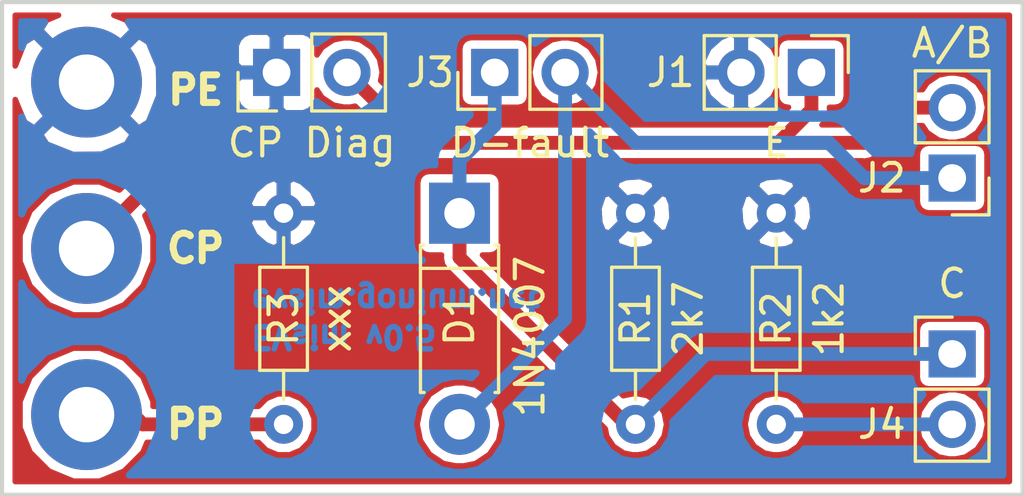
<source format=kicad_pcb>
(kicad_pcb (version 20171130) (host pcbnew 5.0.1-33cea8e~68~ubuntu16.04.1)

  (general
    (thickness 1.6)
    (drawings 8)
    (tracks 29)
    (zones 0)
    (modules 10)
    (nets 7)
  )

  (page A4)
  (layers
    (0 F.Cu signal hide)
    (31 B.Cu signal)
    (32 B.Adhes user)
    (33 F.Adhes user)
    (34 B.Paste user)
    (35 F.Paste user)
    (36 B.SilkS user)
    (37 F.SilkS user)
    (38 B.Mask user)
    (39 F.Mask user)
    (40 Dwgs.User user)
    (41 Cmts.User user)
    (42 Eco1.User user)
    (43 Eco2.User user)
    (44 Edge.Cuts user)
    (45 Margin user)
    (46 B.CrtYd user)
    (47 F.CrtYd user)
    (48 B.Fab user)
    (49 F.Fab user)
  )

  (setup
    (last_trace_width 0.5)
    (trace_clearance 0.2)
    (zone_clearance 0.3)
    (zone_45_only yes)
    (trace_min 0.2)
    (segment_width 0.2)
    (edge_width 0.15)
    (via_size 0.6)
    (via_drill 0.4)
    (via_min_size 0.4)
    (via_min_drill 0.3)
    (uvia_size 0.3)
    (uvia_drill 0.1)
    (uvias_allowed no)
    (uvia_min_size 0.2)
    (uvia_min_drill 0.1)
    (pcb_text_width 0.3)
    (pcb_text_size 1.5 1.5)
    (mod_edge_width 0.15)
    (mod_text_size 1 1)
    (mod_text_width 0.15)
    (pad_size 1.4 1.4)
    (pad_drill 0.7)
    (pad_to_mask_clearance 0.2)
    (solder_mask_min_width 0.25)
    (aux_axis_origin 0 0)
    (visible_elements FFFFFF7F)
    (pcbplotparams
      (layerselection 0x010f0_80000001)
      (usegerberextensions false)
      (usegerberattributes false)
      (usegerberadvancedattributes false)
      (creategerberjobfile false)
      (excludeedgelayer true)
      (linewidth 0.100000)
      (plotframeref false)
      (viasonmask false)
      (mode 1)
      (useauxorigin false)
      (hpglpennumber 1)
      (hpglpenspeed 20)
      (hpglpendiameter 15.000000)
      (psnegative false)
      (psa4output false)
      (plotreference true)
      (plotvalue true)
      (plotinvisibletext false)
      (padsonsilk false)
      (subtractmaskfromsilk false)
      (outputformat 1)
      (mirror false)
      (drillshape 0)
      (scaleselection 1)
      (outputdirectory "ecs-gerber/v0.3/"))
  )

  (net 0 "")
  (net 1 PE)
  (net 2 CP)
  (net 3 PP)
  (net 4 "Net-(D1-Pad2)")
  (net 5 "Net-(D1-Pad1)")
  (net 6 "Net-(J4-Pad2)")

  (net_class Default "This is the default net class."
    (clearance 0.2)
    (trace_width 0.5)
    (via_dia 0.6)
    (via_drill 0.4)
    (uvia_dia 0.3)
    (uvia_drill 0.1)
    (add_net CP)
    (add_net "Net-(D1-Pad1)")
    (add_net "Net-(D1-Pad2)")
    (add_net "Net-(J4-Pad2)")
    (add_net PE)
    (add_net PP)
  )

  (module Resistors_THT:R_Axial_DIN0204_L3.6mm_D1.6mm_P7.62mm_Horizontal (layer F.Cu) (tedit 59B44ECD) (tstamp 59A9569E)
    (at 134.62 109.22 90)
    (descr "Resistor, Axial_DIN0204 series, Axial, Horizontal, pin pitch=7.62mm, 0.16666666666666666W = 1/6W, length*diameter=3.6*1.6mm^2, http://cdn-reichelt.de/documents/datenblatt/B400/1_4W%23YAG.pdf")
    (tags "Resistor Axial_DIN0204 series Axial Horizontal pin pitch 7.62mm 0.16666666666666666W = 1/6W length 3.6mm diameter 1.6mm")
    (path /59A94F9B)
    (fp_text reference R3 (at 3.81 0 270) (layer F.SilkS)
      (effects (font (size 1 1) (thickness 0.15)))
    )
    (fp_text value xxx (at 3.81 1.905 90) (layer F.SilkS)
      (effects (font (size 1 1) (thickness 0.15)))
    )
    (fp_line (start 2.01 -0.8) (end 2.01 0.8) (layer F.Fab) (width 0.1))
    (fp_line (start 2.01 0.8) (end 5.61 0.8) (layer F.Fab) (width 0.1))
    (fp_line (start 5.61 0.8) (end 5.61 -0.8) (layer F.Fab) (width 0.1))
    (fp_line (start 5.61 -0.8) (end 2.01 -0.8) (layer F.Fab) (width 0.1))
    (fp_line (start 0 0) (end 2.01 0) (layer F.Fab) (width 0.1))
    (fp_line (start 7.62 0) (end 5.61 0) (layer F.Fab) (width 0.1))
    (fp_line (start 1.95 -0.86) (end 1.95 0.86) (layer F.SilkS) (width 0.12))
    (fp_line (start 1.95 0.86) (end 5.67 0.86) (layer F.SilkS) (width 0.12))
    (fp_line (start 5.67 0.86) (end 5.67 -0.86) (layer F.SilkS) (width 0.12))
    (fp_line (start 5.67 -0.86) (end 1.95 -0.86) (layer F.SilkS) (width 0.12))
    (fp_line (start 0.88 0) (end 1.95 0) (layer F.SilkS) (width 0.12))
    (fp_line (start 6.74 0) (end 5.67 0) (layer F.SilkS) (width 0.12))
    (fp_line (start -0.95 -1.15) (end -0.95 1.15) (layer F.CrtYd) (width 0.05))
    (fp_line (start -0.95 1.15) (end 8.6 1.15) (layer F.CrtYd) (width 0.05))
    (fp_line (start 8.6 1.15) (end 8.6 -1.15) (layer F.CrtYd) (width 0.05))
    (fp_line (start 8.6 -1.15) (end -0.95 -1.15) (layer F.CrtYd) (width 0.05))
    (pad 1 thru_hole circle (at 0 0 90) (size 1.4 1.4) (drill 0.7) (layers *.Cu *.Mask)
      (net 3 PP))
    (pad 2 thru_hole oval (at 7.62 0 90) (size 1.4 1.4) (drill 0.7) (layers *.Cu *.Mask)
      (net 1 PE))
    (model ${KISYS3DMOD}/Resistors_THT.3dshapes/R_Axial_DIN0204_L3.6mm_D1.6mm_P7.62mm_Horizontal.wrl
      (at (xyz 0 0 0))
      (scale (xyz 0.393701 0.393701 0.393701))
      (rotate (xyz 0 0 0))
    )
  )

  (module lib:Type2-Solderpads (layer F.Cu) (tedit 5BFC0CFF) (tstamp 59B44BCF)
    (at 127.508 102.87 270)
    (path /59A94ED4)
    (fp_text reference J5 (at 3.048 1.778 270) (layer F.Fab)
      (effects (font (size 1 1) (thickness 0.15)))
    )
    (fp_text value "Type 2" (at -6.096 0) (layer F.Fab)
      (effects (font (size 1 1) (thickness 0.15)))
    )
    (pad 3 thru_hole circle (at 6 0 270) (size 4 4) (drill 2) (layers *.Cu *.Mask)
      (net 3 PP))
    (pad 2 thru_hole circle (at 0 0 270) (size 4 4) (drill 2) (layers *.Cu *.Mask)
      (net 2 CP))
    (pad 1 thru_hole circle (at -6 0 270) (size 4 4) (drill 2) (layers *.Cu *.Mask)
      (net 1 PE))
  )

  (module Pin_Headers:Pin_Header_Straight_1x02_Pitch2.54mm (layer F.Cu) (tedit 5A5B65F6) (tstamp 5A5B64D6)
    (at 134.366 96.52 90)
    (descr "Through hole straight pin header, 1x02, 2.54mm pitch, single row")
    (tags "Through hole pin header THT 1x02 2.54mm single row")
    (path /5A5523CA)
    (fp_text reference J6 (at 0 -2.39 90) (layer F.Fab)
      (effects (font (size 1 1) (thickness 0.15)))
    )
    (fp_text value "CP Diag" (at -2.54 1.27 180) (layer F.SilkS)
      (effects (font (size 1 1) (thickness 0.15)))
    )
    (fp_line (start -1.27 -1.27) (end -1.27 3.81) (layer F.Fab) (width 0.1))
    (fp_line (start -1.27 3.81) (end 1.27 3.81) (layer F.Fab) (width 0.1))
    (fp_line (start 1.27 3.81) (end 1.27 -1.27) (layer F.Fab) (width 0.1))
    (fp_line (start 1.27 -1.27) (end -1.27 -1.27) (layer F.Fab) (width 0.1))
    (fp_line (start -1.39 1.27) (end -1.39 3.93) (layer F.SilkS) (width 0.12))
    (fp_line (start -1.39 3.93) (end 1.39 3.93) (layer F.SilkS) (width 0.12))
    (fp_line (start 1.39 3.93) (end 1.39 1.27) (layer F.SilkS) (width 0.12))
    (fp_line (start 1.39 1.27) (end -1.39 1.27) (layer F.SilkS) (width 0.12))
    (fp_line (start -1.39 0) (end -1.39 -1.39) (layer F.SilkS) (width 0.12))
    (fp_line (start -1.39 -1.39) (end 0 -1.39) (layer F.SilkS) (width 0.12))
    (fp_line (start -1.6 -1.6) (end -1.6 4.1) (layer F.CrtYd) (width 0.05))
    (fp_line (start -1.6 4.1) (end 1.6 4.1) (layer F.CrtYd) (width 0.05))
    (fp_line (start 1.6 4.1) (end 1.6 -1.6) (layer F.CrtYd) (width 0.05))
    (fp_line (start 1.6 -1.6) (end -1.6 -1.6) (layer F.CrtYd) (width 0.05))
    (pad 1 thru_hole rect (at 0 0 90) (size 1.7 1.7) (drill 1) (layers *.Cu *.Mask)
      (net 1 PE))
    (pad 2 thru_hole oval (at 0 2.54 90) (size 1.7 1.7) (drill 1) (layers *.Cu *.Mask)
      (net 2 CP))
    (model Pin_Headers.3dshapes/Pin_Header_Straight_1x02_Pitch2.54mm.wrl
      (offset (xyz 0 -1.269999980926514 0))
      (scale (xyz 1 1 1))
      (rotate (xyz 0 0 90))
    )
  )

  (module Diodes_THT:D_DO-41_SOD81_P7.62mm_Horizontal (layer F.Cu) (tedit 5BFC0C90) (tstamp 5BFC0F5D)
    (at 140.97 101.6 270)
    (descr "D, DO-41_SOD81 series, Axial, Horizontal, pin pitch=7.62mm, , length*diameter=5.2*2.7mm^2, , http://www.diodes.com/_files/packages/DO-41%20(Plastic).pdf")
    (tags "D DO-41_SOD81 series Axial Horizontal pin pitch 7.62mm  length 5.2mm diameter 2.7mm")
    (path /5BFBFA68)
    (fp_text reference D1 (at 3.81 0 270) (layer F.SilkS)
      (effects (font (size 1 1) (thickness 0.15)))
    )
    (fp_text value 1N4007 (at 4.445 -2.54 270) (layer F.SilkS)
      (effects (font (size 1 1) (thickness 0.15)))
    )
    (fp_line (start 9 -1.7) (end -1.35 -1.7) (layer F.CrtYd) (width 0.05))
    (fp_line (start 9 1.7) (end 9 -1.7) (layer F.CrtYd) (width 0.05))
    (fp_line (start -1.35 1.7) (end 9 1.7) (layer F.CrtYd) (width 0.05))
    (fp_line (start -1.35 -1.7) (end -1.35 1.7) (layer F.CrtYd) (width 0.05))
    (fp_line (start 1.99 -1.41) (end 1.99 1.41) (layer F.SilkS) (width 0.12))
    (fp_line (start 6.47 1.41) (end 6.47 1.28) (layer F.SilkS) (width 0.12))
    (fp_line (start 1.15 1.41) (end 6.47 1.41) (layer F.SilkS) (width 0.12))
    (fp_line (start 1.15 1.28) (end 1.15 1.41) (layer F.SilkS) (width 0.12))
    (fp_line (start 6.47 -1.41) (end 6.47 -1.28) (layer F.SilkS) (width 0.12))
    (fp_line (start 1.15 -1.41) (end 6.47 -1.41) (layer F.SilkS) (width 0.12))
    (fp_line (start 1.15 -1.28) (end 1.15 -1.41) (layer F.SilkS) (width 0.12))
    (fp_line (start 1.99 -1.35) (end 1.99 1.35) (layer F.Fab) (width 0.1))
    (fp_line (start 7.62 0) (end 6.41 0) (layer F.Fab) (width 0.1))
    (fp_line (start 0 0) (end 1.21 0) (layer F.Fab) (width 0.1))
    (fp_line (start 6.41 -1.35) (end 1.21 -1.35) (layer F.Fab) (width 0.1))
    (fp_line (start 6.41 1.35) (end 6.41 -1.35) (layer F.Fab) (width 0.1))
    (fp_line (start 1.21 1.35) (end 6.41 1.35) (layer F.Fab) (width 0.1))
    (fp_line (start 1.21 -1.35) (end 1.21 1.35) (layer F.Fab) (width 0.1))
    (fp_text user %R (at 3.81 0 270) (layer F.Fab)
      (effects (font (size 1 1) (thickness 0.15)))
    )
    (pad 2 thru_hole oval (at 7.62 0 270) (size 2.2 2.2) (drill 1.1) (layers *.Cu *.Mask)
      (net 4 "Net-(D1-Pad2)"))
    (pad 1 thru_hole rect (at 0 0 270) (size 2.2 2.2) (drill 1.1) (layers *.Cu *.Mask)
      (net 5 "Net-(D1-Pad1)"))
    (model ${KISYS3DMOD}/Diodes_THT.3dshapes/D_DO-41_SOD81_P7.62mm_Horizontal.wrl
      (at (xyz 0 0 0))
      (scale (xyz 0.393701 0.393701 0.393701))
      (rotate (xyz 0 0 0))
    )
  )

  (module Pin_Headers:Pin_Header_Straight_1x02_Pitch2.54mm (layer F.Cu) (tedit 5BFC0C71) (tstamp 5BFC0086)
    (at 153.67 96.52 270)
    (descr "Through hole straight pin header, 1x02, 2.54mm pitch, single row")
    (tags "Through hole pin header THT 1x02 2.54mm single row")
    (path /5BFC0511)
    (fp_text reference J1 (at 0 5.08 180) (layer F.SilkS)
      (effects (font (size 1 1) (thickness 0.15)))
    )
    (fp_text value E (at 2.54 1.27) (layer F.SilkS)
      (effects (font (size 1 1) (thickness 0.15)))
    )
    (fp_line (start -0.635 -1.27) (end 1.27 -1.27) (layer F.Fab) (width 0.1))
    (fp_line (start 1.27 -1.27) (end 1.27 3.81) (layer F.Fab) (width 0.1))
    (fp_line (start 1.27 3.81) (end -1.27 3.81) (layer F.Fab) (width 0.1))
    (fp_line (start -1.27 3.81) (end -1.27 -0.635) (layer F.Fab) (width 0.1))
    (fp_line (start -1.27 -0.635) (end -0.635 -1.27) (layer F.Fab) (width 0.1))
    (fp_line (start -1.33 3.87) (end 1.33 3.87) (layer F.SilkS) (width 0.12))
    (fp_line (start -1.33 1.27) (end -1.33 3.87) (layer F.SilkS) (width 0.12))
    (fp_line (start 1.33 1.27) (end 1.33 3.87) (layer F.SilkS) (width 0.12))
    (fp_line (start -1.33 1.27) (end 1.33 1.27) (layer F.SilkS) (width 0.12))
    (fp_line (start -1.33 0) (end -1.33 -1.33) (layer F.SilkS) (width 0.12))
    (fp_line (start -1.33 -1.33) (end 0 -1.33) (layer F.SilkS) (width 0.12))
    (fp_line (start -1.8 -1.8) (end -1.8 4.35) (layer F.CrtYd) (width 0.05))
    (fp_line (start -1.8 4.35) (end 1.8 4.35) (layer F.CrtYd) (width 0.05))
    (fp_line (start 1.8 4.35) (end 1.8 -1.8) (layer F.CrtYd) (width 0.05))
    (fp_line (start 1.8 -1.8) (end -1.8 -1.8) (layer F.CrtYd) (width 0.05))
    (fp_text user %R (at 0 1.27) (layer F.Fab)
      (effects (font (size 1 1) (thickness 0.15)))
    )
    (pad 1 thru_hole rect (at 0 0 270) (size 1.7 1.7) (drill 1) (layers *.Cu *.Mask)
      (net 2 CP))
    (pad 2 thru_hole oval (at 0 2.54 270) (size 1.7 1.7) (drill 1) (layers *.Cu *.Mask)
      (net 1 PE))
    (model ${KISYS3DMOD}/Pin_Headers.3dshapes/Pin_Header_Straight_1x02_Pitch2.54mm.wrl
      (at (xyz 0 0 0))
      (scale (xyz 1 1 1))
      (rotate (xyz 0 0 0))
    )
  )

  (module Pin_Headers:Pin_Header_Straight_1x02_Pitch2.54mm (layer F.Cu) (tedit 5BFC0C78) (tstamp 5BFC1522)
    (at 158.75 100.33 180)
    (descr "Through hole straight pin header, 1x02, 2.54mm pitch, single row")
    (tags "Through hole pin header THT 1x02 2.54mm single row")
    (path /5BFC007A)
    (fp_text reference J2 (at 2.54 0 180) (layer F.SilkS)
      (effects (font (size 1 1) (thickness 0.15)))
    )
    (fp_text value A/B (at 0 4.87 180) (layer F.SilkS)
      (effects (font (size 1 1) (thickness 0.15)))
    )
    (fp_text user %R (at 0 1.27 270) (layer F.Fab)
      (effects (font (size 1 1) (thickness 0.15)))
    )
    (fp_line (start 1.8 -1.8) (end -1.8 -1.8) (layer F.CrtYd) (width 0.05))
    (fp_line (start 1.8 4.35) (end 1.8 -1.8) (layer F.CrtYd) (width 0.05))
    (fp_line (start -1.8 4.35) (end 1.8 4.35) (layer F.CrtYd) (width 0.05))
    (fp_line (start -1.8 -1.8) (end -1.8 4.35) (layer F.CrtYd) (width 0.05))
    (fp_line (start -1.33 -1.33) (end 0 -1.33) (layer F.SilkS) (width 0.12))
    (fp_line (start -1.33 0) (end -1.33 -1.33) (layer F.SilkS) (width 0.12))
    (fp_line (start -1.33 1.27) (end 1.33 1.27) (layer F.SilkS) (width 0.12))
    (fp_line (start 1.33 1.27) (end 1.33 3.87) (layer F.SilkS) (width 0.12))
    (fp_line (start -1.33 1.27) (end -1.33 3.87) (layer F.SilkS) (width 0.12))
    (fp_line (start -1.33 3.87) (end 1.33 3.87) (layer F.SilkS) (width 0.12))
    (fp_line (start -1.27 -0.635) (end -0.635 -1.27) (layer F.Fab) (width 0.1))
    (fp_line (start -1.27 3.81) (end -1.27 -0.635) (layer F.Fab) (width 0.1))
    (fp_line (start 1.27 3.81) (end -1.27 3.81) (layer F.Fab) (width 0.1))
    (fp_line (start 1.27 -1.27) (end 1.27 3.81) (layer F.Fab) (width 0.1))
    (fp_line (start -0.635 -1.27) (end 1.27 -1.27) (layer F.Fab) (width 0.1))
    (pad 2 thru_hole oval (at 0 2.54 180) (size 1.7 1.7) (drill 1) (layers *.Cu *.Mask)
      (net 2 CP))
    (pad 1 thru_hole rect (at 0 0 180) (size 1.7 1.7) (drill 1) (layers *.Cu *.Mask)
      (net 4 "Net-(D1-Pad2)"))
    (model ${KISYS3DMOD}/Pin_Headers.3dshapes/Pin_Header_Straight_1x02_Pitch2.54mm.wrl
      (at (xyz 0 0 0))
      (scale (xyz 1 1 1))
      (rotate (xyz 0 0 0))
    )
  )

  (module Pin_Headers:Pin_Header_Straight_1x02_Pitch2.54mm (layer F.Cu) (tedit 5BFC0C63) (tstamp 5BFC0901)
    (at 142.24 96.52 90)
    (descr "Through hole straight pin header, 1x02, 2.54mm pitch, single row")
    (tags "Through hole pin header THT 1x02 2.54mm single row")
    (path /5BFC047F)
    (fp_text reference J3 (at 0 -2.33) (layer F.SilkS)
      (effects (font (size 1 1) (thickness 0.15)))
    )
    (fp_text value D-fault (at -2.54 1.27 180) (layer F.SilkS)
      (effects (font (size 1 1) (thickness 0.15)))
    )
    (fp_text user %R (at 0 1.27 180) (layer F.Fab)
      (effects (font (size 1 1) (thickness 0.15)))
    )
    (fp_line (start 1.8 -1.8) (end -1.8 -1.8) (layer F.CrtYd) (width 0.05))
    (fp_line (start 1.8 4.35) (end 1.8 -1.8) (layer F.CrtYd) (width 0.05))
    (fp_line (start -1.8 4.35) (end 1.8 4.35) (layer F.CrtYd) (width 0.05))
    (fp_line (start -1.8 -1.8) (end -1.8 4.35) (layer F.CrtYd) (width 0.05))
    (fp_line (start -1.33 -1.33) (end 0 -1.33) (layer F.SilkS) (width 0.12))
    (fp_line (start -1.33 0) (end -1.33 -1.33) (layer F.SilkS) (width 0.12))
    (fp_line (start -1.33 1.27) (end 1.33 1.27) (layer F.SilkS) (width 0.12))
    (fp_line (start 1.33 1.27) (end 1.33 3.87) (layer F.SilkS) (width 0.12))
    (fp_line (start -1.33 1.27) (end -1.33 3.87) (layer F.SilkS) (width 0.12))
    (fp_line (start -1.33 3.87) (end 1.33 3.87) (layer F.SilkS) (width 0.12))
    (fp_line (start -1.27 -0.635) (end -0.635 -1.27) (layer F.Fab) (width 0.1))
    (fp_line (start -1.27 3.81) (end -1.27 -0.635) (layer F.Fab) (width 0.1))
    (fp_line (start 1.27 3.81) (end -1.27 3.81) (layer F.Fab) (width 0.1))
    (fp_line (start 1.27 -1.27) (end 1.27 3.81) (layer F.Fab) (width 0.1))
    (fp_line (start -0.635 -1.27) (end 1.27 -1.27) (layer F.Fab) (width 0.1))
    (pad 2 thru_hole oval (at 0 2.54 90) (size 1.7 1.7) (drill 1) (layers *.Cu *.Mask)
      (net 4 "Net-(D1-Pad2)"))
    (pad 1 thru_hole rect (at 0 0 90) (size 1.7 1.7) (drill 1) (layers *.Cu *.Mask)
      (net 5 "Net-(D1-Pad1)"))
    (model ${KISYS3DMOD}/Pin_Headers.3dshapes/Pin_Header_Straight_1x02_Pitch2.54mm.wrl
      (at (xyz 0 0 0))
      (scale (xyz 1 1 1))
      (rotate (xyz 0 0 0))
    )
  )

  (module Pin_Headers:Pin_Header_Straight_1x02_Pitch2.54mm (layer F.Cu) (tedit 5BFC0C7F) (tstamp 5BFC0782)
    (at 158.75 106.68)
    (descr "Through hole straight pin header, 1x02, 2.54mm pitch, single row")
    (tags "Through hole pin header THT 1x02 2.54mm single row")
    (path /5BFC026E)
    (fp_text reference J4 (at -2.54 2.54) (layer F.SilkS)
      (effects (font (size 1 1) (thickness 0.15)))
    )
    (fp_text value C (at 0 -2.54) (layer F.SilkS)
      (effects (font (size 1 1) (thickness 0.15)))
    )
    (fp_line (start -0.635 -1.27) (end 1.27 -1.27) (layer F.Fab) (width 0.1))
    (fp_line (start 1.27 -1.27) (end 1.27 3.81) (layer F.Fab) (width 0.1))
    (fp_line (start 1.27 3.81) (end -1.27 3.81) (layer F.Fab) (width 0.1))
    (fp_line (start -1.27 3.81) (end -1.27 -0.635) (layer F.Fab) (width 0.1))
    (fp_line (start -1.27 -0.635) (end -0.635 -1.27) (layer F.Fab) (width 0.1))
    (fp_line (start -1.33 3.87) (end 1.33 3.87) (layer F.SilkS) (width 0.12))
    (fp_line (start -1.33 1.27) (end -1.33 3.87) (layer F.SilkS) (width 0.12))
    (fp_line (start 1.33 1.27) (end 1.33 3.87) (layer F.SilkS) (width 0.12))
    (fp_line (start -1.33 1.27) (end 1.33 1.27) (layer F.SilkS) (width 0.12))
    (fp_line (start -1.33 0) (end -1.33 -1.33) (layer F.SilkS) (width 0.12))
    (fp_line (start -1.33 -1.33) (end 0 -1.33) (layer F.SilkS) (width 0.12))
    (fp_line (start -1.8 -1.8) (end -1.8 4.35) (layer F.CrtYd) (width 0.05))
    (fp_line (start -1.8 4.35) (end 1.8 4.35) (layer F.CrtYd) (width 0.05))
    (fp_line (start 1.8 4.35) (end 1.8 -1.8) (layer F.CrtYd) (width 0.05))
    (fp_line (start 1.8 -1.8) (end -1.8 -1.8) (layer F.CrtYd) (width 0.05))
    (fp_text user %R (at 0 1.27 90) (layer F.Fab)
      (effects (font (size 1 1) (thickness 0.15)))
    )
    (pad 1 thru_hole rect (at 0 0) (size 1.7 1.7) (drill 1) (layers *.Cu *.Mask)
      (net 5 "Net-(D1-Pad1)"))
    (pad 2 thru_hole oval (at 0 2.54) (size 1.7 1.7) (drill 1) (layers *.Cu *.Mask)
      (net 6 "Net-(J4-Pad2)"))
    (model ${KISYS3DMOD}/Pin_Headers.3dshapes/Pin_Header_Straight_1x02_Pitch2.54mm.wrl
      (at (xyz 0 0 0))
      (scale (xyz 1 1 1))
      (rotate (xyz 0 0 0))
    )
  )

  (module Resistors_THT:R_Axial_DIN0204_L3.6mm_D1.6mm_P7.62mm_Horizontal (layer F.Cu) (tedit 5BFC0C9E) (tstamp 5BFC00DE)
    (at 147.32 101.6 270)
    (descr "Resistor, Axial_DIN0204 series, Axial, Horizontal, pin pitch=7.62mm, 0.16666666666666666W = 1/6W, length*diameter=3.6*1.6mm^2, http://cdn-reichelt.de/documents/datenblatt/B400/1_4W%23YAG.pdf")
    (tags "Resistor Axial_DIN0204 series Axial Horizontal pin pitch 7.62mm 0.16666666666666666W = 1/6W length 3.6mm diameter 1.6mm")
    (path /5BFC0152)
    (fp_text reference R1 (at 3.81 0 270) (layer F.SilkS)
      (effects (font (size 1 1) (thickness 0.15)))
    )
    (fp_text value 2k7 (at 3.81 -1.905 270) (layer F.SilkS)
      (effects (font (size 1 1) (thickness 0.15)))
    )
    (fp_line (start 8.6 -1.15) (end -0.95 -1.15) (layer F.CrtYd) (width 0.05))
    (fp_line (start 8.6 1.15) (end 8.6 -1.15) (layer F.CrtYd) (width 0.05))
    (fp_line (start -0.95 1.15) (end 8.6 1.15) (layer F.CrtYd) (width 0.05))
    (fp_line (start -0.95 -1.15) (end -0.95 1.15) (layer F.CrtYd) (width 0.05))
    (fp_line (start 6.74 0) (end 5.67 0) (layer F.SilkS) (width 0.12))
    (fp_line (start 0.88 0) (end 1.95 0) (layer F.SilkS) (width 0.12))
    (fp_line (start 5.67 -0.86) (end 1.95 -0.86) (layer F.SilkS) (width 0.12))
    (fp_line (start 5.67 0.86) (end 5.67 -0.86) (layer F.SilkS) (width 0.12))
    (fp_line (start 1.95 0.86) (end 5.67 0.86) (layer F.SilkS) (width 0.12))
    (fp_line (start 1.95 -0.86) (end 1.95 0.86) (layer F.SilkS) (width 0.12))
    (fp_line (start 7.62 0) (end 5.61 0) (layer F.Fab) (width 0.1))
    (fp_line (start 0 0) (end 2.01 0) (layer F.Fab) (width 0.1))
    (fp_line (start 5.61 -0.8) (end 2.01 -0.8) (layer F.Fab) (width 0.1))
    (fp_line (start 5.61 0.8) (end 5.61 -0.8) (layer F.Fab) (width 0.1))
    (fp_line (start 2.01 0.8) (end 5.61 0.8) (layer F.Fab) (width 0.1))
    (fp_line (start 2.01 -0.8) (end 2.01 0.8) (layer F.Fab) (width 0.1))
    (pad 2 thru_hole oval (at 7.62 0 270) (size 1.4 1.4) (drill 0.7) (layers *.Cu *.Mask)
      (net 5 "Net-(D1-Pad1)"))
    (pad 1 thru_hole circle (at 0 0 270) (size 1.4 1.4) (drill 0.7) (layers *.Cu *.Mask)
      (net 1 PE))
    (model ${KISYS3DMOD}/Resistors_THT.3dshapes/R_Axial_DIN0204_L3.6mm_D1.6mm_P7.62mm_Horizontal.wrl
      (at (xyz 0 0 0))
      (scale (xyz 0.393701 0.393701 0.393701))
      (rotate (xyz 0 0 0))
    )
  )

  (module Resistors_THT:R_Axial_DIN0204_L3.6mm_D1.6mm_P7.62mm_Horizontal (layer F.Cu) (tedit 5BFC0C85) (tstamp 5BFC0B5B)
    (at 152.4 101.6 270)
    (descr "Resistor, Axial_DIN0204 series, Axial, Horizontal, pin pitch=7.62mm, 0.16666666666666666W = 1/6W, length*diameter=3.6*1.6mm^2, http://cdn-reichelt.de/documents/datenblatt/B400/1_4W%23YAG.pdf")
    (tags "Resistor Axial_DIN0204 series Axial Horizontal pin pitch 7.62mm 0.16666666666666666W = 1/6W length 3.6mm diameter 1.6mm")
    (path /5BFC0392)
    (fp_text reference R2 (at 3.81 0 270) (layer F.SilkS)
      (effects (font (size 1 1) (thickness 0.15)))
    )
    (fp_text value 1k2 (at 3.81 -1.905 270) (layer F.SilkS)
      (effects (font (size 1 1) (thickness 0.15)))
    )
    (fp_line (start 2.01 -0.8) (end 2.01 0.8) (layer F.Fab) (width 0.1))
    (fp_line (start 2.01 0.8) (end 5.61 0.8) (layer F.Fab) (width 0.1))
    (fp_line (start 5.61 0.8) (end 5.61 -0.8) (layer F.Fab) (width 0.1))
    (fp_line (start 5.61 -0.8) (end 2.01 -0.8) (layer F.Fab) (width 0.1))
    (fp_line (start 0 0) (end 2.01 0) (layer F.Fab) (width 0.1))
    (fp_line (start 7.62 0) (end 5.61 0) (layer F.Fab) (width 0.1))
    (fp_line (start 1.95 -0.86) (end 1.95 0.86) (layer F.SilkS) (width 0.12))
    (fp_line (start 1.95 0.86) (end 5.67 0.86) (layer F.SilkS) (width 0.12))
    (fp_line (start 5.67 0.86) (end 5.67 -0.86) (layer F.SilkS) (width 0.12))
    (fp_line (start 5.67 -0.86) (end 1.95 -0.86) (layer F.SilkS) (width 0.12))
    (fp_line (start 0.88 0) (end 1.95 0) (layer F.SilkS) (width 0.12))
    (fp_line (start 6.74 0) (end 5.67 0) (layer F.SilkS) (width 0.12))
    (fp_line (start -0.95 -1.15) (end -0.95 1.15) (layer F.CrtYd) (width 0.05))
    (fp_line (start -0.95 1.15) (end 8.6 1.15) (layer F.CrtYd) (width 0.05))
    (fp_line (start 8.6 1.15) (end 8.6 -1.15) (layer F.CrtYd) (width 0.05))
    (fp_line (start 8.6 -1.15) (end -0.95 -1.15) (layer F.CrtYd) (width 0.05))
    (pad 1 thru_hole circle (at 0 0 270) (size 1.4 1.4) (drill 0.7) (layers *.Cu *.Mask)
      (net 1 PE))
    (pad 2 thru_hole oval (at 7.62 0 270) (size 1.4 1.4) (drill 0.7) (layers *.Cu *.Mask)
      (net 6 "Net-(J4-Pad2)"))
    (model ${KISYS3DMOD}/Resistors_THT.3dshapes/R_Axial_DIN0204_L3.6mm_D1.6mm_P7.62mm_Horizontal.wrl
      (at (xyz 0 0 0))
      (scale (xyz 0.393701 0.393701 0.393701))
      (rotate (xyz 0 0 0))
    )
  )

  (gr_text "EVsim v0.5\nevsim.gonium.net" (at 133.35 105.41 180) (layer B.Cu)
    (effects (font (size 0.8 0.8) (thickness 0.2)) (justify left mirror))
  )
  (gr_line (start 124.46 93.98) (end 124.46 111.76) (angle 90) (layer Edge.Cuts) (width 0.15))
  (gr_line (start 161.29 93.98) (end 124.46 93.98) (angle 90) (layer Edge.Cuts) (width 0.15))
  (gr_line (start 161.29 111.76) (end 161.29 93.98) (angle 90) (layer Edge.Cuts) (width 0.15))
  (gr_line (start 124.46 111.76) (end 161.29 111.76) (angle 90) (layer Edge.Cuts) (width 0.15))
  (gr_text PP (at 131.445 109.22) (layer F.SilkS)
    (effects (font (size 1 1) (thickness 0.25)))
  )
  (gr_text CP (at 131.445 102.87) (layer F.SilkS)
    (effects (font (size 1 1) (thickness 0.25)))
  )
  (gr_text PE (at 131.445 97.155) (layer F.SilkS)
    (effects (font (size 1 1) (thickness 0.25)))
  )

  (segment (start 127.508 102.87) (end 128.016 102.87) (width 0.5) (layer F.Cu) (net 2) (status 30))
  (segment (start 153.67 97.87) (end 152.48 99.06) (width 0.5) (layer F.Cu) (net 2))
  (segment (start 153.67 96.52) (end 153.67 97.87) (width 0.5) (layer F.Cu) (net 2))
  (segment (start 152.48 99.06) (end 139.446 99.06) (width 0.5) (layer F.Cu) (net 2))
  (segment (start 139.446 99.06) (end 137.541 97.155) (width 0.5) (layer F.Cu) (net 2))
  (segment (start 137.541 97.155) (end 136.906 96.52) (width 0.5) (layer F.Cu) (net 2))
  (segment (start 131.318 99.06) (end 127.508 102.87) (width 0.5) (layer F.Cu) (net 2))
  (segment (start 139.446 99.06) (end 131.318 99.06) (width 0.5) (layer F.Cu) (net 2))
  (segment (start 158.75 97.79) (end 156.845 97.79) (width 0.5) (layer F.Cu) (net 2))
  (segment (start 156.845 97.79) (end 155.575 99.06) (width 0.5) (layer F.Cu) (net 2))
  (segment (start 155.575 99.06) (end 152.48 99.06) (width 0.5) (layer F.Cu) (net 2))
  (segment (start 127 107.95) (end 128.27 107.95) (width 0.5) (layer F.Cu) (net 3) (status 30))
  (segment (start 129.54 109.22) (end 134.62 109.22) (width 0.5) (layer F.Cu) (net 3) (tstamp 59A964D5) (status 20))
  (segment (start 128.27 107.95) (end 129.54 109.22) (width 0.5) (layer F.Cu) (net 3) (tstamp 59A964D2) (status 10))
  (segment (start 144.78 105.41) (end 140.97 109.22) (width 0.5) (layer B.Cu) (net 4))
  (segment (start 144.78 96.52) (end 144.78 105.41) (width 0.5) (layer B.Cu) (net 4))
  (segment (start 158.75 100.33) (end 155.575 100.33) (width 0.5) (layer B.Cu) (net 4))
  (segment (start 155.575 100.33) (end 154.305 99.06) (width 0.5) (layer B.Cu) (net 4))
  (segment (start 154.305 99.06) (end 147.32 99.06) (width 0.5) (layer B.Cu) (net 4))
  (segment (start 147.32 99.06) (end 144.78 96.52) (width 0.5) (layer B.Cu) (net 4))
  (segment (start 142.24 96.52) (end 142.24 98.425) (width 0.5) (layer B.Cu) (net 5))
  (segment (start 140.97 99.695) (end 140.97 101.6) (width 0.5) (layer B.Cu) (net 5))
  (segment (start 142.24 98.425) (end 140.97 99.695) (width 0.5) (layer B.Cu) (net 5))
  (segment (start 149.86 106.68) (end 158.75 106.68) (width 0.5) (layer B.Cu) (net 5))
  (segment (start 147.32 109.22) (end 149.86 106.68) (width 0.5) (layer B.Cu) (net 5))
  (segment (start 140.97 103.2) (end 146.99 109.22) (width 0.5) (layer F.Cu) (net 5))
  (segment (start 146.99 109.22) (end 147.32 109.22) (width 0.5) (layer F.Cu) (net 5))
  (segment (start 140.97 101.6) (end 140.97 103.2) (width 0.5) (layer F.Cu) (net 5))
  (segment (start 152.4 109.22) (end 158.75 109.22) (width 0.5) (layer B.Cu) (net 6))

  (zone (net 1) (net_name PE) (layer B.Cu) (tstamp 59A96516) (hatch edge 0.508)
    (connect_pads (clearance 0.508))
    (min_thickness 0.254)
    (fill yes (arc_segments 16) (thermal_gap 0.508) (thermal_bridge_width 0.508))
    (polygon
      (pts
        (xy 161.29 111.76) (xy 124.46 111.76) (xy 124.46 93.98) (xy 161.29 93.98)
      )
    )
    (filled_polygon
      (pts
        (xy 125.812584 94.994978) (xy 127.508 96.690395) (xy 129.203416 94.994978) (xy 129.021798 94.69) (xy 160.580001 94.69)
        (xy 160.58 111.05) (xy 129.054453 111.05) (xy 129.741845 110.362608) (xy 130.143 109.394134) (xy 130.143 108.954452)
        (xy 133.285 108.954452) (xy 133.285 109.485548) (xy 133.488242 109.976217) (xy 133.863783 110.351758) (xy 134.354452 110.555)
        (xy 134.885548 110.555) (xy 135.376217 110.351758) (xy 135.751758 109.976217) (xy 135.955 109.485548) (xy 135.955 108.954452)
        (xy 135.751758 108.463783) (xy 135.376217 108.088242) (xy 134.885548 107.885) (xy 134.354452 107.885) (xy 133.863783 108.088242)
        (xy 133.488242 108.463783) (xy 133.285 108.954452) (xy 130.143 108.954452) (xy 130.143 108.345866) (xy 129.741845 107.377392)
        (xy 129.000608 106.636155) (xy 128.032134 106.235) (xy 126.983866 106.235) (xy 126.015392 106.636155) (xy 125.274155 107.377392)
        (xy 125.17 107.628844) (xy 125.17 104.111156) (xy 125.274155 104.362608) (xy 126.015392 105.103845) (xy 126.983866 105.505)
        (xy 128.032134 105.505) (xy 129.000608 105.103845) (xy 129.741845 104.362608) (xy 130.143 103.394134) (xy 130.143 103.301)
        (xy 132.715 103.301) (xy 132.715 107.371) (xy 141.567422 107.371) (xy 141.401568 107.536854) (xy 141.14088 107.485)
        (xy 140.79912 107.485) (xy 140.293037 107.585666) (xy 139.719135 107.969135) (xy 139.335666 108.543037) (xy 139.20101 109.22)
        (xy 139.335666 109.896963) (xy 139.719135 110.470865) (xy 140.293037 110.854334) (xy 140.79912 110.955) (xy 141.14088 110.955)
        (xy 141.646963 110.854334) (xy 142.220865 110.470865) (xy 142.604334 109.896963) (xy 142.73899 109.22) (xy 145.958846 109.22)
        (xy 146.062458 109.740891) (xy 146.357519 110.182481) (xy 146.799109 110.477542) (xy 147.188515 110.555) (xy 147.451485 110.555)
        (xy 147.840891 110.477542) (xy 148.282481 110.182481) (xy 148.577542 109.740891) (xy 148.681154 109.22) (xy 148.662974 109.128604)
        (xy 150.226579 107.565) (xy 157.259522 107.565) (xy 157.301843 107.777765) (xy 157.442191 107.987809) (xy 157.652235 108.128157)
        (xy 157.697619 108.137184) (xy 157.679375 108.149375) (xy 157.555344 108.335) (xy 153.414252 108.335) (xy 153.362481 108.257519)
        (xy 152.920891 107.962458) (xy 152.531485 107.885) (xy 152.268515 107.885) (xy 151.879109 107.962458) (xy 151.437519 108.257519)
        (xy 151.142458 108.699109) (xy 151.038846 109.22) (xy 151.142458 109.740891) (xy 151.437519 110.182481) (xy 151.879109 110.477542)
        (xy 152.268515 110.555) (xy 152.531485 110.555) (xy 152.920891 110.477542) (xy 153.362481 110.182481) (xy 153.414252 110.105)
        (xy 157.555344 110.105) (xy 157.679375 110.290625) (xy 158.170582 110.618839) (xy 158.603744 110.705) (xy 158.896256 110.705)
        (xy 159.329418 110.618839) (xy 159.820625 110.290625) (xy 160.148839 109.799418) (xy 160.264092 109.22) (xy 160.148839 108.640582)
        (xy 159.820625 108.149375) (xy 159.802381 108.137184) (xy 159.847765 108.128157) (xy 160.057809 107.987809) (xy 160.198157 107.777765)
        (xy 160.24744 107.53) (xy 160.24744 105.83) (xy 160.198157 105.582235) (xy 160.057809 105.372191) (xy 159.847765 105.231843)
        (xy 159.6 105.18256) (xy 157.9 105.18256) (xy 157.652235 105.231843) (xy 157.442191 105.372191) (xy 157.301843 105.582235)
        (xy 157.259522 105.795) (xy 149.947159 105.795) (xy 149.859999 105.777663) (xy 149.772839 105.795) (xy 149.772835 105.795)
        (xy 149.51469 105.846348) (xy 149.514688 105.846349) (xy 149.514689 105.846349) (xy 149.295845 105.992576) (xy 149.295844 105.992577)
        (xy 149.221951 106.041951) (xy 149.172577 106.115844) (xy 147.403422 107.885) (xy 147.188515 107.885) (xy 146.799109 107.962458)
        (xy 146.357519 108.257519) (xy 146.062458 108.699109) (xy 145.958846 109.22) (xy 142.73899 109.22) (xy 142.653146 108.788432)
        (xy 144.070579 107.371) (xy 144.546905 107.371) (xy 144.546905 106.894674) (xy 145.344156 106.097423) (xy 145.418049 106.048049)
        (xy 145.563746 105.83) (xy 145.613652 105.75531) (xy 145.665 105.497165) (xy 145.665 105.497161) (xy 145.682337 105.41)
        (xy 145.665 105.322839) (xy 145.665 102.535275) (xy 146.564331 102.535275) (xy 146.626169 102.771042) (xy 147.127122 102.947419)
        (xy 147.65744 102.918664) (xy 148.013831 102.771042) (xy 148.075669 102.535275) (xy 151.644331 102.535275) (xy 151.706169 102.771042)
        (xy 152.207122 102.947419) (xy 152.73744 102.918664) (xy 153.093831 102.771042) (xy 153.155669 102.535275) (xy 152.4 101.779605)
        (xy 151.644331 102.535275) (xy 148.075669 102.535275) (xy 147.32 101.779605) (xy 146.564331 102.535275) (xy 145.665 102.535275)
        (xy 145.665 101.407122) (xy 145.972581 101.407122) (xy 146.001336 101.93744) (xy 146.148958 102.293831) (xy 146.384725 102.355669)
        (xy 147.140395 101.6) (xy 147.499605 101.6) (xy 148.255275 102.355669) (xy 148.491042 102.293831) (xy 148.667419 101.792878)
        (xy 148.646503 101.407122) (xy 151.052581 101.407122) (xy 151.081336 101.93744) (xy 151.228958 102.293831) (xy 151.464725 102.355669)
        (xy 152.220395 101.6) (xy 152.579605 101.6) (xy 153.335275 102.355669) (xy 153.571042 102.293831) (xy 153.747419 101.792878)
        (xy 153.718664 101.26256) (xy 153.571042 100.906169) (xy 153.335275 100.844331) (xy 152.579605 101.6) (xy 152.220395 101.6)
        (xy 151.464725 100.844331) (xy 151.228958 100.906169) (xy 151.052581 101.407122) (xy 148.646503 101.407122) (xy 148.638664 101.26256)
        (xy 148.491042 100.906169) (xy 148.255275 100.844331) (xy 147.499605 101.6) (xy 147.140395 101.6) (xy 146.384725 100.844331)
        (xy 146.148958 100.906169) (xy 145.972581 101.407122) (xy 145.665 101.407122) (xy 145.665 100.664725) (xy 146.564331 100.664725)
        (xy 147.32 101.420395) (xy 148.075669 100.664725) (xy 151.644331 100.664725) (xy 152.4 101.420395) (xy 153.155669 100.664725)
        (xy 153.093831 100.428958) (xy 152.592878 100.252581) (xy 152.06256 100.281336) (xy 151.706169 100.428958) (xy 151.644331 100.664725)
        (xy 148.075669 100.664725) (xy 148.013831 100.428958) (xy 147.512878 100.252581) (xy 146.98256 100.281336) (xy 146.626169 100.428958)
        (xy 146.564331 100.664725) (xy 145.665 100.664725) (xy 145.665 98.656579) (xy 146.632577 99.624156) (xy 146.681951 99.698049)
        (xy 146.755844 99.747423) (xy 146.755845 99.747424) (xy 146.783414 99.765845) (xy 146.97469 99.893652) (xy 147.232835 99.945)
        (xy 147.232839 99.945) (xy 147.319999 99.962337) (xy 147.407159 99.945) (xy 153.938422 99.945) (xy 154.887577 100.894156)
        (xy 154.936951 100.968049) (xy 155.010844 101.017423) (xy 155.010845 101.017424) (xy 155.12188 101.091615) (xy 155.22969 101.163652)
        (xy 155.487835 101.215) (xy 155.487839 101.215) (xy 155.574999 101.232337) (xy 155.662159 101.215) (xy 157.259522 101.215)
        (xy 157.301843 101.427765) (xy 157.442191 101.637809) (xy 157.652235 101.778157) (xy 157.9 101.82744) (xy 159.6 101.82744)
        (xy 159.847765 101.778157) (xy 160.057809 101.637809) (xy 160.198157 101.427765) (xy 160.24744 101.18) (xy 160.24744 99.48)
        (xy 160.198157 99.232235) (xy 160.057809 99.022191) (xy 159.847765 98.881843) (xy 159.802381 98.872816) (xy 159.820625 98.860625)
        (xy 160.148839 98.369418) (xy 160.264092 97.79) (xy 160.148839 97.210582) (xy 159.820625 96.719375) (xy 159.329418 96.391161)
        (xy 158.896256 96.305) (xy 158.603744 96.305) (xy 158.170582 96.391161) (xy 157.679375 96.719375) (xy 157.351161 97.210582)
        (xy 157.235908 97.79) (xy 157.351161 98.369418) (xy 157.679375 98.860625) (xy 157.697619 98.872816) (xy 157.652235 98.881843)
        (xy 157.442191 99.022191) (xy 157.301843 99.232235) (xy 157.259522 99.445) (xy 155.941579 99.445) (xy 154.992425 98.495847)
        (xy 154.943049 98.421951) (xy 154.65031 98.226348) (xy 154.392165 98.175) (xy 154.392161 98.175) (xy 154.305 98.157663)
        (xy 154.217839 98.175) (xy 147.686579 98.175) (xy 146.388471 96.876892) (xy 149.688514 96.876892) (xy 149.934817 97.401358)
        (xy 150.363076 97.791645) (xy 150.77311 97.961476) (xy 151.003 97.840155) (xy 151.003 96.647) (xy 149.809181 96.647)
        (xy 149.688514 96.876892) (xy 146.388471 96.876892) (xy 146.250538 96.73896) (xy 146.294092 96.52) (xy 146.223103 96.163108)
        (xy 149.688514 96.163108) (xy 149.809181 96.393) (xy 151.003 96.393) (xy 151.003 95.199845) (xy 151.257 95.199845)
        (xy 151.257 96.393) (xy 151.277 96.393) (xy 151.277 96.647) (xy 151.257 96.647) (xy 151.257 97.840155)
        (xy 151.48689 97.961476) (xy 151.896924 97.791645) (xy 152.201261 97.514292) (xy 152.221843 97.617765) (xy 152.362191 97.827809)
        (xy 152.572235 97.968157) (xy 152.82 98.01744) (xy 154.52 98.01744) (xy 154.767765 97.968157) (xy 154.977809 97.827809)
        (xy 155.118157 97.617765) (xy 155.16744 97.37) (xy 155.16744 95.67) (xy 155.118157 95.422235) (xy 154.977809 95.212191)
        (xy 154.767765 95.071843) (xy 154.52 95.02256) (xy 152.82 95.02256) (xy 152.572235 95.071843) (xy 152.362191 95.212191)
        (xy 152.221843 95.422235) (xy 152.201261 95.525708) (xy 151.896924 95.248355) (xy 151.48689 95.078524) (xy 151.257 95.199845)
        (xy 151.003 95.199845) (xy 150.77311 95.078524) (xy 150.363076 95.248355) (xy 149.934817 95.638642) (xy 149.688514 96.163108)
        (xy 146.223103 96.163108) (xy 146.178839 95.940582) (xy 145.850625 95.449375) (xy 145.359418 95.121161) (xy 144.926256 95.035)
        (xy 144.633744 95.035) (xy 144.200582 95.121161) (xy 143.709375 95.449375) (xy 143.697184 95.467619) (xy 143.688157 95.422235)
        (xy 143.547809 95.212191) (xy 143.337765 95.071843) (xy 143.09 95.02256) (xy 141.39 95.02256) (xy 141.142235 95.071843)
        (xy 140.932191 95.212191) (xy 140.791843 95.422235) (xy 140.74256 95.67) (xy 140.74256 97.37) (xy 140.791843 97.617765)
        (xy 140.932191 97.827809) (xy 141.142235 97.968157) (xy 141.355001 98.010478) (xy 141.355001 98.05842) (xy 140.405847 99.007575)
        (xy 140.331951 99.056951) (xy 140.136348 99.349691) (xy 140.085 99.607836) (xy 140.085 99.607839) (xy 140.067663 99.695)
        (xy 140.085 99.782161) (xy 140.085 99.85256) (xy 139.87 99.85256) (xy 139.622235 99.901843) (xy 139.412191 100.042191)
        (xy 139.271843 100.252235) (xy 139.22256 100.5) (xy 139.22256 102.7) (xy 139.271843 102.947765) (xy 139.412191 103.157809)
        (xy 139.622235 103.298157) (xy 139.636528 103.301) (xy 132.715 103.301) (xy 130.143 103.301) (xy 130.143 102.345866)
        (xy 129.972123 101.933331) (xy 133.327273 101.933331) (xy 133.553236 102.402663) (xy 133.941604 102.749797) (xy 134.286671 102.892716)
        (xy 134.493 102.769374) (xy 134.493 101.727) (xy 134.747 101.727) (xy 134.747 102.769374) (xy 134.953329 102.892716)
        (xy 135.298396 102.749797) (xy 135.686764 102.402663) (xy 135.912727 101.933331) (xy 135.790206 101.727) (xy 134.747 101.727)
        (xy 134.493 101.727) (xy 133.449794 101.727) (xy 133.327273 101.933331) (xy 129.972123 101.933331) (xy 129.741845 101.377392)
        (xy 129.631122 101.266669) (xy 133.327273 101.266669) (xy 133.449794 101.473) (xy 134.493 101.473) (xy 134.493 100.430626)
        (xy 134.747 100.430626) (xy 134.747 101.473) (xy 135.790206 101.473) (xy 135.912727 101.266669) (xy 135.686764 100.797337)
        (xy 135.298396 100.450203) (xy 134.953329 100.307284) (xy 134.747 100.430626) (xy 134.493 100.430626) (xy 134.286671 100.307284)
        (xy 133.941604 100.450203) (xy 133.553236 100.797337) (xy 133.327273 101.266669) (xy 129.631122 101.266669) (xy 129.000608 100.636155)
        (xy 128.032134 100.235) (xy 126.983866 100.235) (xy 126.015392 100.636155) (xy 125.274155 101.377392) (xy 125.17 101.628844)
        (xy 125.17 98.745022) (xy 125.812584 98.745022) (xy 126.033353 99.115743) (xy 127.005012 99.509119) (xy 128.053247 99.500713)
        (xy 128.982647 99.115743) (xy 129.203416 98.745022) (xy 127.508 97.049605) (xy 125.812584 98.745022) (xy 125.17 98.745022)
        (xy 125.17 98.121919) (xy 125.262257 98.344647) (xy 125.632978 98.565416) (xy 127.328395 96.87) (xy 127.687605 96.87)
        (xy 129.383022 98.565416) (xy 129.753743 98.344647) (xy 130.147119 97.372988) (xy 130.142571 96.80575) (xy 132.881 96.80575)
        (xy 132.881 97.496309) (xy 132.977673 97.729698) (xy 133.156301 97.908327) (xy 133.38969 98.005) (xy 134.08025 98.005)
        (xy 134.239 97.84625) (xy 134.239 96.647) (xy 133.03975 96.647) (xy 132.881 96.80575) (xy 130.142571 96.80575)
        (xy 130.138713 96.324753) (xy 129.815187 95.543691) (xy 132.881 95.543691) (xy 132.881 96.23425) (xy 133.03975 96.393)
        (xy 134.239 96.393) (xy 134.239 95.19375) (xy 134.493 95.19375) (xy 134.493 96.393) (xy 134.513 96.393)
        (xy 134.513 96.647) (xy 134.493 96.647) (xy 134.493 97.84625) (xy 134.65175 98.005) (xy 135.34231 98.005)
        (xy 135.575699 97.908327) (xy 135.754327 97.729698) (xy 135.820904 97.568967) (xy 135.835375 97.590625) (xy 136.326582 97.918839)
        (xy 136.759744 98.005) (xy 137.052256 98.005) (xy 137.485418 97.918839) (xy 137.976625 97.590625) (xy 138.304839 97.099418)
        (xy 138.420092 96.52) (xy 138.304839 95.940582) (xy 137.976625 95.449375) (xy 137.485418 95.121161) (xy 137.052256 95.035)
        (xy 136.759744 95.035) (xy 136.326582 95.121161) (xy 135.835375 95.449375) (xy 135.820904 95.471033) (xy 135.754327 95.310302)
        (xy 135.575699 95.131673) (xy 135.34231 95.035) (xy 134.65175 95.035) (xy 134.493 95.19375) (xy 134.239 95.19375)
        (xy 134.08025 95.035) (xy 133.38969 95.035) (xy 133.156301 95.131673) (xy 132.977673 95.310302) (xy 132.881 95.543691)
        (xy 129.815187 95.543691) (xy 129.753743 95.395353) (xy 129.383022 95.174584) (xy 127.687605 96.87) (xy 127.328395 96.87)
        (xy 125.632978 95.174584) (xy 125.262257 95.395353) (xy 125.17 95.623233) (xy 125.17 94.69) (xy 125.994202 94.69)
      )
    )
  )
  (zone (net 1) (net_name PE) (layer F.Cu) (tstamp 59AAD35F) (hatch edge 0.508)
    (connect_pads (clearance 0.3))
    (min_thickness 0.2)
    (fill yes (arc_segments 16) (thermal_gap 0.508) (thermal_bridge_width 0.508))
    (polygon
      (pts
        (xy 161.29 111.76) (xy 124.46 111.76) (xy 124.46 93.98) (xy 161.29 93.98)
      )
    )
    (filled_polygon
      (pts
        (xy 126.072236 94.631839) (xy 125.847459 94.99167) (xy 127.508 96.652211) (xy 129.168541 94.99167) (xy 128.943764 94.631839)
        (xy 128.493216 94.455) (xy 160.815001 94.455) (xy 160.815 111.285) (xy 124.935 111.285) (xy 124.935 108.39261)
        (xy 125.108 108.39261) (xy 125.108 109.34739) (xy 125.473378 110.229491) (xy 126.148509 110.904622) (xy 127.03061 111.27)
        (xy 127.98539 111.27) (xy 128.867491 110.904622) (xy 129.542622 110.229491) (xy 129.691528 109.87) (xy 133.714365 109.87)
        (xy 133.9969 110.152535) (xy 134.401196 110.32) (xy 134.838804 110.32) (xy 135.2431 110.152535) (xy 135.552535 109.8431)
        (xy 135.72 109.438804) (xy 135.72 109.22) (xy 139.440614 109.22) (xy 139.557032 109.805271) (xy 139.888561 110.301439)
        (xy 140.384729 110.632968) (xy 140.822267 110.72) (xy 141.117733 110.72) (xy 141.555271 110.632968) (xy 142.051439 110.301439)
        (xy 142.382968 109.805271) (xy 142.499386 109.22) (xy 142.382968 108.634729) (xy 142.051439 108.138561) (xy 141.555271 107.807032)
        (xy 141.117733 107.72) (xy 140.822267 107.72) (xy 140.384729 107.807032) (xy 139.888561 108.138561) (xy 139.557032 108.634729)
        (xy 139.440614 109.22) (xy 135.72 109.22) (xy 135.72 109.001196) (xy 135.552535 108.5969) (xy 135.2431 108.287465)
        (xy 134.838804 108.12) (xy 134.401196 108.12) (xy 133.9969 108.287465) (xy 133.714365 108.57) (xy 129.908 108.57)
        (xy 129.908 108.39261) (xy 129.542622 107.510509) (xy 128.867491 106.835378) (xy 127.98539 106.47) (xy 127.03061 106.47)
        (xy 126.148509 106.835378) (xy 125.473378 107.510509) (xy 125.108 108.39261) (xy 124.935 108.39261) (xy 124.935 102.39261)
        (xy 125.108 102.39261) (xy 125.108 103.34739) (xy 125.473378 104.229491) (xy 126.148509 104.904622) (xy 127.03061 105.27)
        (xy 127.98539 105.27) (xy 128.867491 104.904622) (xy 129.542622 104.229491) (xy 129.908 103.34739) (xy 129.908 102.39261)
        (xy 129.72686 101.955299) (xy 133.361167 101.955299) (xy 133.592957 102.409988) (xy 133.981105 102.741364) (xy 134.264703 102.85882)
        (xy 134.466 102.745696) (xy 134.466 101.754) (xy 134.774 101.754) (xy 134.774 102.745696) (xy 134.975297 102.85882)
        (xy 135.258895 102.741364) (xy 135.647043 102.409988) (xy 135.878833 101.955299) (xy 135.766916 101.754) (xy 134.774 101.754)
        (xy 134.466 101.754) (xy 133.473084 101.754) (xy 133.361167 101.955299) (xy 129.72686 101.955299) (xy 129.614119 101.683119)
        (xy 130.052537 101.244701) (xy 133.361167 101.244701) (xy 133.473084 101.446) (xy 134.466 101.446) (xy 134.466 100.454304)
        (xy 134.774 100.454304) (xy 134.774 101.446) (xy 135.766916 101.446) (xy 135.878833 101.244701) (xy 135.647043 100.790012)
        (xy 135.307346 100.5) (xy 139.462164 100.5) (xy 139.462164 102.7) (xy 139.493209 102.856072) (xy 139.581616 102.988384)
        (xy 139.713928 103.076791) (xy 139.87 103.107836) (xy 140.320001 103.107836) (xy 140.320001 103.135979) (xy 140.307266 103.2)
        (xy 140.334841 103.338623) (xy 140.357715 103.453617) (xy 140.501377 103.668624) (xy 140.555652 103.704889) (xy 146.230156 109.379394)
        (xy 146.283823 109.649199) (xy 146.526944 110.013056) (xy 146.890801 110.256177) (xy 147.211661 110.32) (xy 147.428339 110.32)
        (xy 147.749199 110.256177) (xy 148.113056 110.013056) (xy 148.356177 109.649199) (xy 148.44155 109.22) (xy 151.27845 109.22)
        (xy 151.363823 109.649199) (xy 151.606944 110.013056) (xy 151.970801 110.256177) (xy 152.291661 110.32) (xy 152.508339 110.32)
        (xy 152.829199 110.256177) (xy 153.193056 110.013056) (xy 153.436177 109.649199) (xy 153.52155 109.22) (xy 157.475512 109.22)
        (xy 157.572527 109.707725) (xy 157.848801 110.121199) (xy 158.262275 110.397473) (xy 158.626891 110.47) (xy 158.873109 110.47)
        (xy 159.237725 110.397473) (xy 159.651199 110.121199) (xy 159.927473 109.707725) (xy 160.024488 109.22) (xy 159.927473 108.732275)
        (xy 159.651199 108.318801) (xy 159.237725 108.042527) (xy 158.873109 107.97) (xy 158.626891 107.97) (xy 158.262275 108.042527)
        (xy 157.848801 108.318801) (xy 157.572527 108.732275) (xy 157.475512 109.22) (xy 153.52155 109.22) (xy 153.436177 108.790801)
        (xy 153.193056 108.426944) (xy 152.829199 108.183823) (xy 152.508339 108.12) (xy 152.291661 108.12) (xy 151.970801 108.183823)
        (xy 151.606944 108.426944) (xy 151.363823 108.790801) (xy 151.27845 109.22) (xy 148.44155 109.22) (xy 148.356177 108.790801)
        (xy 148.113056 108.426944) (xy 147.749199 108.183823) (xy 147.428339 108.12) (xy 147.211661 108.12) (xy 146.890801 108.183823)
        (xy 146.880167 108.190928) (xy 144.519239 105.83) (xy 157.492164 105.83) (xy 157.492164 107.53) (xy 157.523209 107.686072)
        (xy 157.611616 107.818384) (xy 157.743928 107.906791) (xy 157.9 107.937836) (xy 159.6 107.937836) (xy 159.756072 107.906791)
        (xy 159.888384 107.818384) (xy 159.976791 107.686072) (xy 160.007836 107.53) (xy 160.007836 105.83) (xy 159.976791 105.673928)
        (xy 159.888384 105.541616) (xy 159.756072 105.453209) (xy 159.6 105.422164) (xy 157.9 105.422164) (xy 157.743928 105.453209)
        (xy 157.611616 105.541616) (xy 157.523209 105.673928) (xy 157.492164 105.83) (xy 144.519239 105.83) (xy 141.797073 103.107836)
        (xy 142.07 103.107836) (xy 142.226072 103.076791) (xy 142.358384 102.988384) (xy 142.446791 102.856072) (xy 142.477836 102.7)
        (xy 142.477836 102.537303) (xy 146.600486 102.537303) (xy 146.665947 102.762227) (xy 147.160499 102.924052) (xy 147.679333 102.884303)
        (xy 147.974053 102.762227) (xy 148.039514 102.537303) (xy 151.680486 102.537303) (xy 151.745947 102.762227) (xy 152.240499 102.924052)
        (xy 152.759333 102.884303) (xy 153.054053 102.762227) (xy 153.119514 102.537303) (xy 152.4 101.817789) (xy 151.680486 102.537303)
        (xy 148.039514 102.537303) (xy 147.32 101.817789) (xy 146.600486 102.537303) (xy 142.477836 102.537303) (xy 142.477836 101.440499)
        (xy 145.995948 101.440499) (xy 146.035697 101.959333) (xy 146.157773 102.254053) (xy 146.382697 102.319514) (xy 147.102211 101.6)
        (xy 147.537789 101.6) (xy 148.257303 102.319514) (xy 148.482227 102.254053) (xy 148.644052 101.759501) (xy 148.619613 101.440499)
        (xy 151.075948 101.440499) (xy 151.115697 101.959333) (xy 151.237773 102.254053) (xy 151.462697 102.319514) (xy 152.182211 101.6)
        (xy 152.617789 101.6) (xy 153.337303 102.319514) (xy 153.562227 102.254053) (xy 153.724052 101.759501) (xy 153.684303 101.240667)
        (xy 153.562227 100.945947) (xy 153.337303 100.880486) (xy 152.617789 101.6) (xy 152.182211 101.6) (xy 151.462697 100.880486)
        (xy 151.237773 100.945947) (xy 151.075948 101.440499) (xy 148.619613 101.440499) (xy 148.604303 101.240667) (xy 148.482227 100.945947)
        (xy 148.257303 100.880486) (xy 147.537789 101.6) (xy 147.102211 101.6) (xy 146.382697 100.880486) (xy 146.157773 100.945947)
        (xy 145.995948 101.440499) (xy 142.477836 101.440499) (xy 142.477836 100.662697) (xy 146.600486 100.662697) (xy 147.32 101.382211)
        (xy 148.039514 100.662697) (xy 151.680486 100.662697) (xy 152.4 101.382211) (xy 153.119514 100.662697) (xy 153.054053 100.437773)
        (xy 152.559501 100.275948) (xy 152.040667 100.315697) (xy 151.745947 100.437773) (xy 151.680486 100.662697) (xy 148.039514 100.662697)
        (xy 147.974053 100.437773) (xy 147.479501 100.275948) (xy 146.960667 100.315697) (xy 146.665947 100.437773) (xy 146.600486 100.662697)
        (xy 142.477836 100.662697) (xy 142.477836 100.5) (xy 142.446791 100.343928) (xy 142.358384 100.211616) (xy 142.226072 100.123209)
        (xy 142.07 100.092164) (xy 139.87 100.092164) (xy 139.713928 100.123209) (xy 139.581616 100.211616) (xy 139.493209 100.343928)
        (xy 139.462164 100.5) (xy 135.307346 100.5) (xy 135.258895 100.458636) (xy 134.975297 100.34118) (xy 134.774 100.454304)
        (xy 134.466 100.454304) (xy 134.264703 100.34118) (xy 133.981105 100.458636) (xy 133.592957 100.790012) (xy 133.361167 101.244701)
        (xy 130.052537 101.244701) (xy 131.587239 99.71) (xy 139.381983 99.71) (xy 139.446 99.722734) (xy 139.510016 99.71)
        (xy 152.415984 99.71) (xy 152.48 99.722734) (xy 152.544016 99.71) (xy 155.510984 99.71) (xy 155.575 99.722734)
        (xy 155.639016 99.71) (xy 155.639018 99.71) (xy 155.828617 99.672286) (xy 156.043624 99.528624) (xy 156.076113 99.48)
        (xy 157.492164 99.48) (xy 157.492164 101.18) (xy 157.523209 101.336072) (xy 157.611616 101.468384) (xy 157.743928 101.556791)
        (xy 157.9 101.587836) (xy 159.6 101.587836) (xy 159.756072 101.556791) (xy 159.888384 101.468384) (xy 159.976791 101.336072)
        (xy 160.007836 101.18) (xy 160.007836 99.48) (xy 159.976791 99.323928) (xy 159.888384 99.191616) (xy 159.756072 99.103209)
        (xy 159.6 99.072164) (xy 157.9 99.072164) (xy 157.743928 99.103209) (xy 157.611616 99.191616) (xy 157.523209 99.323928)
        (xy 157.492164 99.48) (xy 156.076113 99.48) (xy 156.079891 99.474346) (xy 157.114239 98.44) (xy 157.680955 98.44)
        (xy 157.848801 98.691199) (xy 158.262275 98.967473) (xy 158.626891 99.04) (xy 158.873109 99.04) (xy 159.237725 98.967473)
        (xy 159.651199 98.691199) (xy 159.927473 98.277725) (xy 160.024488 97.79) (xy 159.927473 97.302275) (xy 159.651199 96.888801)
        (xy 159.237725 96.612527) (xy 158.873109 96.54) (xy 158.626891 96.54) (xy 158.262275 96.612527) (xy 157.848801 96.888801)
        (xy 157.680955 97.14) (xy 156.909016 97.14) (xy 156.844999 97.127266) (xy 156.780983 97.14) (xy 156.780982 97.14)
        (xy 156.591383 97.177714) (xy 156.376376 97.321376) (xy 156.340112 97.375649) (xy 155.305763 98.41) (xy 154.049238 98.41)
        (xy 154.084348 98.37489) (xy 154.138624 98.338624) (xy 154.282286 98.123617) (xy 154.32 97.934018) (xy 154.32 97.934017)
        (xy 154.332734 97.870001) (xy 154.32 97.805984) (xy 154.32 97.777836) (xy 154.52 97.777836) (xy 154.676072 97.746791)
        (xy 154.808384 97.658384) (xy 154.896791 97.526072) (xy 154.927836 97.37) (xy 154.927836 95.67) (xy 154.896791 95.513928)
        (xy 154.808384 95.381616) (xy 154.676072 95.293209) (xy 154.52 95.262164) (xy 152.82 95.262164) (xy 152.663928 95.293209)
        (xy 152.531616 95.381616) (xy 152.443209 95.513928) (xy 152.412164 95.67) (xy 152.412164 95.886797) (xy 152.285741 95.631146)
        (xy 151.857616 95.256523) (xy 151.50891 95.112097) (xy 151.284 95.223111) (xy 151.284 96.366) (xy 151.304 96.366)
        (xy 151.304 96.674) (xy 151.284 96.674) (xy 151.284 97.816889) (xy 151.50891 97.927903) (xy 151.857616 97.783477)
        (xy 152.285741 97.408854) (xy 152.412164 97.153203) (xy 152.412164 97.37) (xy 152.443209 97.526072) (xy 152.531616 97.658384)
        (xy 152.663928 97.746791) (xy 152.82 97.777836) (xy 152.842926 97.777836) (xy 152.210763 98.41) (xy 139.715239 98.41)
        (xy 138.121548 96.816311) (xy 138.180488 96.52) (xy 138.083473 96.032275) (xy 137.84141 95.67) (xy 140.982164 95.67)
        (xy 140.982164 97.37) (xy 141.013209 97.526072) (xy 141.101616 97.658384) (xy 141.233928 97.746791) (xy 141.39 97.777836)
        (xy 143.09 97.777836) (xy 143.246072 97.746791) (xy 143.378384 97.658384) (xy 143.466791 97.526072) (xy 143.497836 97.37)
        (xy 143.497836 96.52) (xy 143.505512 96.52) (xy 143.602527 97.007725) (xy 143.878801 97.421199) (xy 144.292275 97.697473)
        (xy 144.656891 97.77) (xy 144.903109 97.77) (xy 145.267725 97.697473) (xy 145.681199 97.421199) (xy 145.957473 97.007725)
        (xy 145.979117 96.898911) (xy 149.722085 96.898911) (xy 149.974259 97.408854) (xy 150.402384 97.783477) (xy 150.75109 97.927903)
        (xy 150.976 97.816889) (xy 150.976 96.674) (xy 149.832144 96.674) (xy 149.722085 96.898911) (xy 145.979117 96.898911)
        (xy 146.054488 96.52) (xy 145.979118 96.141089) (xy 149.722085 96.141089) (xy 149.832144 96.366) (xy 150.976 96.366)
        (xy 150.976 95.223111) (xy 150.75109 95.112097) (xy 150.402384 95.256523) (xy 149.974259 95.631146) (xy 149.722085 96.141089)
        (xy 145.979118 96.141089) (xy 145.957473 96.032275) (xy 145.681199 95.618801) (xy 145.267725 95.342527) (xy 144.903109 95.27)
        (xy 144.656891 95.27) (xy 144.292275 95.342527) (xy 143.878801 95.618801) (xy 143.602527 96.032275) (xy 143.505512 96.52)
        (xy 143.497836 96.52) (xy 143.497836 95.67) (xy 143.466791 95.513928) (xy 143.378384 95.381616) (xy 143.246072 95.293209)
        (xy 143.09 95.262164) (xy 141.39 95.262164) (xy 141.233928 95.293209) (xy 141.101616 95.381616) (xy 141.013209 95.513928)
        (xy 140.982164 95.67) (xy 137.84141 95.67) (xy 137.807199 95.618801) (xy 137.393725 95.342527) (xy 137.029109 95.27)
        (xy 136.782891 95.27) (xy 136.418275 95.342527) (xy 136.004801 95.618801) (xy 135.824 95.889389) (xy 135.824 95.549061)
        (xy 135.731437 95.325595) (xy 135.560404 95.154562) (xy 135.336938 95.062) (xy 134.672 95.062) (xy 134.52 95.214)
        (xy 134.52 96.366) (xy 134.54 96.366) (xy 134.54 96.674) (xy 134.52 96.674) (xy 134.52 97.826)
        (xy 134.672 97.978) (xy 135.336938 97.978) (xy 135.560404 97.885438) (xy 135.731437 97.714405) (xy 135.824 97.490939)
        (xy 135.824 97.150611) (xy 136.004801 97.421199) (xy 136.418275 97.697473) (xy 136.782891 97.77) (xy 137.029109 97.77)
        (xy 137.202311 97.735548) (xy 137.876762 98.41) (xy 131.382018 98.41) (xy 131.318 98.397266) (xy 131.064382 98.447714)
        (xy 130.940423 98.530541) (xy 130.849376 98.591376) (xy 130.813113 98.645648) (xy 128.694881 100.763881) (xy 127.98539 100.47)
        (xy 127.03061 100.47) (xy 126.148509 100.835378) (xy 125.473378 101.510509) (xy 125.108 102.39261) (xy 124.935 102.39261)
        (xy 124.935 98.74833) (xy 125.847459 98.74833) (xy 126.072236 99.108161) (xy 127.038034 99.487234) (xy 128.07538 99.467857)
        (xy 128.943764 99.108161) (xy 129.168541 98.74833) (xy 127.508 97.087789) (xy 125.847459 98.74833) (xy 124.935 98.74833)
        (xy 124.935 97.49739) (xy 125.269839 98.305764) (xy 125.62967 98.530541) (xy 127.290211 96.87) (xy 127.725789 96.87)
        (xy 129.38633 98.530541) (xy 129.746161 98.305764) (xy 130.125234 97.339966) (xy 130.115634 96.826) (xy 132.908 96.826)
        (xy 132.908 97.490939) (xy 133.000563 97.714405) (xy 133.171596 97.885438) (xy 133.395062 97.978) (xy 134.06 97.978)
        (xy 134.212 97.826) (xy 134.212 96.674) (xy 133.06 96.674) (xy 132.908 96.826) (xy 130.115634 96.826)
        (xy 130.105857 96.30262) (xy 129.793724 95.549061) (xy 132.908 95.549061) (xy 132.908 96.214) (xy 133.06 96.366)
        (xy 134.212 96.366) (xy 134.212 95.214) (xy 134.06 95.062) (xy 133.395062 95.062) (xy 133.171596 95.154562)
        (xy 133.000563 95.325595) (xy 132.908 95.549061) (xy 129.793724 95.549061) (xy 129.746161 95.434236) (xy 129.38633 95.209459)
        (xy 127.725789 96.87) (xy 127.290211 96.87) (xy 125.62967 95.209459) (xy 125.269839 95.434236) (xy 124.935 96.287335)
        (xy 124.935 94.455) (xy 126.499164 94.455)
      )
    )
  )
)

</source>
